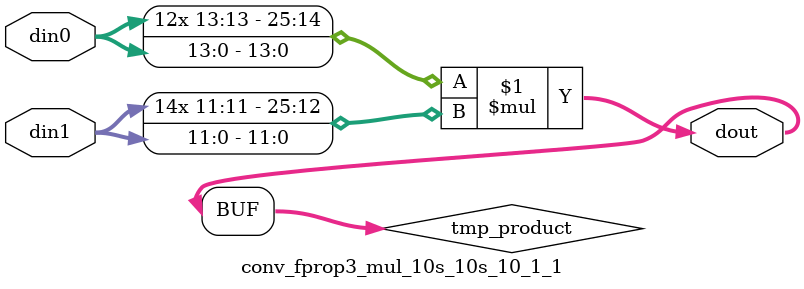
<source format=v>

`timescale 1 ns / 1 ps

 module conv_fprop3_mul_10s_10s_10_1_1(din0, din1, dout);
parameter ID = 1;
parameter NUM_STAGE = 0;
parameter din0_WIDTH = 14;
parameter din1_WIDTH = 12;
parameter dout_WIDTH = 26;

input [din0_WIDTH - 1 : 0] din0; 
input [din1_WIDTH - 1 : 0] din1; 
output [dout_WIDTH - 1 : 0] dout;

wire signed [dout_WIDTH - 1 : 0] tmp_product;



























assign tmp_product = $signed(din0) * $signed(din1);








assign dout = tmp_product;





















endmodule

</source>
